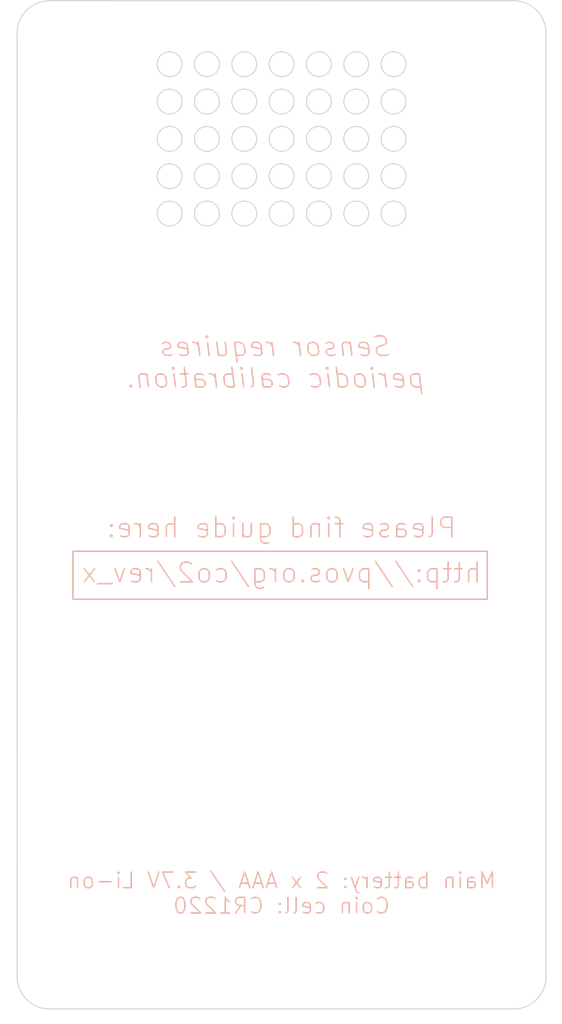
<source format=kicad_pcb>
(kicad_pcb (version 20211014) (generator pcbnew)
  (layers (0 "F.Cu" signal) (31 "B.Cu" signal) (34 "B.Paste" user) (35 "F.Paste" user) (36 "B.SilkS" user "B.Silkscreen") (37 "F.SilkS" user "F.Silkscreen") (38 "B.Mask" user) (39 "F.Mask" user) (44 "Edge.Cuts" user))
  (net 0 "")
  (footprint "MountingHole:MountingHole_3.2mm_M3" (layer "F.Cu") (at 50.5 3.4)
    (fp_text reference "H3" hide)
    (fp_text value "MountingHole")
    (pad "" np_thru_hole circle (at 0 0) (size 3.2 3.2) (drill 3.2) (layers *.Cu *.Mask))
  )
  (footprint "MountingHole:MountingHole_3.2mm_M3" (layer "F.Cu") (at 50.5 99.4)
    (fp_text reference "H1" hide)
    (fp_text value "MountingHole")
    (pad "" np_thru_hole circle (at 0 0) (size 3.2 3.2) (drill 3.2) (layers *.Cu *.Mask))
  )
  (footprint "MountingHole:MountingHole_3.2mm_M3" (layer "F.Cu") (at 3.4 3.4)
    (fp_text reference "H2" hide)
    (fp_text value "MountingHole")
    (pad "" np_thru_hole circle (at 0 0) (size 3.2 3.2) (drill 3.2) (layers *.Cu *.Mask))
  )
  (footprint "MountingHole:MountingHole_3.2mm_M3" (layer "F.Cu") (at 3.4 99.4)
    (fp_text reference "H4" hide)
    (fp_text value "MountingHole")
    (pad "" np_thru_hole circle (at 0 0) (size 3.2 3.2) (drill 3.2) (layers *.Cu *.Mask))
  )
  (gr_rect (start 48 56.2) (end 5.7 61.1) (layer "B.SilkS") (width 0.15) (fill none))
  (gr_circle (center 38.43 10.29) (end 38.43 11.56) (layer "Edge.Cuts") (width 0.1) (fill none))
  (gr_circle (center 15.57 21.72) (end 15.57 22.99) (layer "Edge.Cuts") (width 0.1) (fill none))
  (gr_circle (center 27 17.91) (end 27 19.18) (layer "Edge.Cuts") (width 0.1) (fill none))
  (gr_circle (center 23.19 14.1) (end 23.19 15.37) (layer "Edge.Cuts") (width 0.1) (fill none))
  (gr_arc (start 50.698 0) (mid 53.032867 0.967133) (end 54 3.302) (layer "Edge.Cuts") (width 0.1))
  (gr_circle (center 15.57 14.1) (end 15.57 15.37) (layer "Edge.Cuts") (width 0.1) (fill none))
  (gr_circle (center 27 21.72) (end 27 22.99) (layer "Edge.Cuts") (width 0.1) (fill none))
  (gr_circle (center 15.57 17.91) (end 15.57 19.18) (layer "Edge.Cuts") (width 0.1) (fill none))
  (gr_circle (center 30.81 10.29) (end 30.81 11.56) (layer "Edge.Cuts") (width 0.1) (fill none))
  (gr_circle (center 15.57 10.29) (end 15.57 11.56) (layer "Edge.Cuts") (width 0.1) (fill none))
  (gr_line (start 50.698 0) (end 3.300067 -0.001933) (layer "Edge.Cuts") (width 0.1))
  (gr_circle (center 19.38 6.48) (end 19.38 7.75) (layer "Edge.Cuts") (width 0.1) (fill none))
  (gr_circle (center 30.81 21.72) (end 30.81 22.99) (layer "Edge.Cuts") (width 0.1) (fill none))
  (gr_circle (center 30.81 6.48) (end 30.81 7.75) (layer "Edge.Cuts") (width 0.1) (fill none))
  (gr_circle (center 23.19 21.72) (end 23.19 22.99) (layer "Edge.Cuts") (width 0.1) (fill none))
  (gr_circle (center 34.62 17.91) (end 34.62 19.18) (layer "Edge.Cuts") (width 0.1) (fill none))
  (gr_circle (center 34.62 14.1) (end 34.62 15.37) (layer "Edge.Cuts") (width 0.1) (fill none))
  (gr_circle (center 34.62 21.72) (end 34.62 22.99) (layer "Edge.Cuts") (width 0.1) (fill none))
  (gr_line (start -0.001933 3.300067) (end 0 99.6188) (layer "Edge.Cuts") (width 0.1))
  (gr_circle (center 19.38 17.91) (end 19.38 19.18) (layer "Edge.Cuts") (width 0.1) (fill none))
  (gr_circle (center 27 14.1) (end 27 15.37) (layer "Edge.Cuts") (width 0.1) (fill none))
  (gr_circle (center 34.62 6.48) (end 34.62 7.75) (layer "Edge.Cuts") (width 0.1) (fill none))
  (gr_circle (center 23.19 17.91) (end 23.19 19.18) (layer "Edge.Cuts") (width 0.1) (fill none))
  (gr_circle (center 27 6.48) (end 27 7.75) (layer "Edge.Cuts") (width 0.1) (fill none))
  (gr_line (start 3.302 102.9208) (end 50.708333 102.9208) (layer "Edge.Cuts") (width 0.1))
  (gr_circle (center 30.81 14.1) (end 30.81 15.37) (layer "Edge.Cuts") (width 0.1) (fill none))
  (gr_circle (center 19.38 10.29) (end 19.38 11.56) (layer "Edge.Cuts") (width 0.1) (fill none))
  (gr_circle (center 30.81 17.91) (end 30.81 19.18) (layer "Edge.Cuts") (width 0.1) (fill none))
  (gr_circle (center 38.43 21.72) (end 38.43 22.99) (layer "Edge.Cuts") (width 0.1) (fill none))
  (gr_circle (center 19.38 21.72) (end 19.38 22.99) (layer "Edge.Cuts") (width 0.1) (fill none))
  (gr_circle (center 27 10.29) (end 27 11.56) (layer "Edge.Cuts") (width 0.1) (fill none))
  (gr_circle (center 38.43 17.91) (end 38.43 19.18) (layer "Edge.Cuts") (width 0.1) (fill none))
  (gr_arc (start 54 99.6188) (mid 53.039544 101.953032) (end 50.708333 102.9208) (layer "Edge.Cuts") (width 0.1))
  (gr_arc (start 3.302 102.9208) (mid 0.967133 101.953667) (end 0 99.6188) (layer "Edge.Cuts") (width 0.1))
  (gr_circle (center 38.43 6.48) (end 38.43 7.75) (layer "Edge.Cuts") (width 0.1) (fill none))
  (gr_arc (start -0.001933 3.300067) (mid 0.9652 0.9652) (end 3.300067 -0.001933) (layer "Edge.Cuts") (width 0.1))
  (gr_line (start 54 99.6188) (end 54 3.302) (layer "Edge.Cuts") (width 0.1))
  (gr_circle (center 23.19 6.48) (end 23.19 7.75) (layer "Edge.Cuts") (width 0.1) (fill none))
  (gr_circle (center 38.43 14.1) (end 38.43 15.37) (layer "Edge.Cuts") (width 0.1) (fill none))
  (gr_circle (center 19.38 14.1) (end 19.38 15.37) (layer "Edge.Cuts") (width 0.1) (fill none))
  (gr_circle (center 23.19 10.29) (end 23.19 11.56) (layer "Edge.Cuts") (width 0.1) (fill none))
  (gr_circle (center 34.62 10.29) (end 34.62 11.56) (layer "Edge.Cuts") (width 0.1) (fill none))
  (gr_circle (center 15.57 6.48) (end 15.57 7.75) (layer "Edge.Cuts") (width 0.1) (fill none))
  (gr_text "Please find guide here:" (at 27 53.8) (layer "B.SilkS") (effects (font (size 2 2)) (justify mirror)))
  (gr_text "Sensor requires\nperiodic calibration." (at 26.4 36.9) (layer "B.SilkS") (effects (font (size 2 2) (thickness 0.15) italic) (justify mirror)))
  (gr_text "http://pvos.org/co2/rev_x" (at 27 58.4) (layer "B.SilkS") (effects (font (size 2 2)) (justify mirror)))
  (gr_text "Main battery: 2 x AAA / 3.7V Li-on\nCoin cell: CR1220\n" (at 27 91.1) (layer "B.SilkS") (effects (font (size 1.6 1.6)) (justify mirror)))
)
</source>
